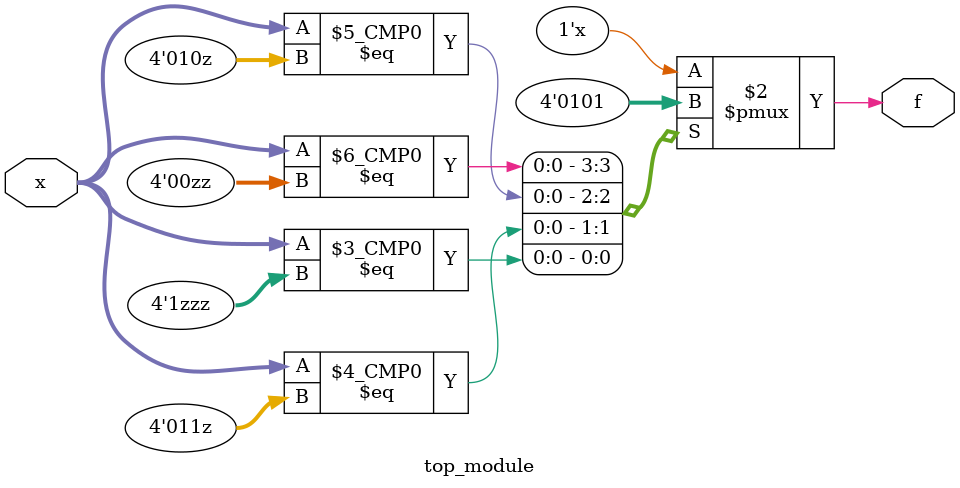
<source format=sv>
module top_module (
	input [4:1] x,
	output logic f
);

always_comb begin
    case (x)
        4'b00??: f = 0;
        4'b010?: f = 1;
        4'b011?: f = 0;
        4'b1???: f = 1;
        default: f = 0;
    endcase
end

endmodule

</source>
